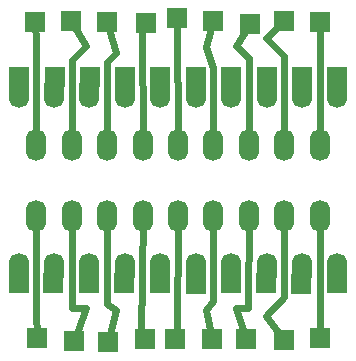
<source format=gtl>
G04 (created by PCBNEW (2013-07-07 BZR 4022)-stable) date 30/05/2015 12:39:42*
%MOIN*%
G04 Gerber Fmt 3.4, Leading zero omitted, Abs format*
%FSLAX34Y34*%
G01*
G70*
G90*
G04 APERTURE LIST*
%ADD10C,0.00590551*%
%ADD11R,0.0669291X0.0669291*%
%ADD12O,0.0669291X0.106299*%
%ADD13C,0.024*%
%ADD14C,0.01*%
G04 APERTURE END LIST*
G54D10*
G54D11*
X53740Y-55605D03*
X54940Y-55605D03*
X56115Y-55605D03*
X57290Y-55605D03*
X58465Y-55605D03*
X59640Y-55605D03*
X60815Y-55605D03*
X62015Y-55605D03*
X63190Y-55605D03*
X64365Y-55605D03*
X54350Y-64300D03*
X55575Y-64400D03*
X56725Y-64450D03*
X57950Y-64325D03*
X58950Y-64325D03*
X60175Y-64325D03*
X61325Y-64350D03*
X62600Y-64375D03*
X63800Y-64300D03*
X54300Y-53775D03*
X55500Y-53750D03*
X56700Y-53775D03*
X57975Y-53800D03*
X59025Y-53650D03*
X60225Y-53725D03*
X61450Y-53825D03*
X62575Y-53750D03*
X63775Y-53775D03*
X53740Y-62480D03*
X54890Y-62480D03*
X56090Y-62480D03*
X57265Y-62480D03*
X58465Y-62480D03*
X59640Y-62505D03*
X60815Y-62480D03*
X61990Y-62480D03*
X63165Y-62505D03*
X64365Y-62480D03*
G54D12*
X53740Y-56102D03*
X54921Y-56102D03*
X56102Y-56102D03*
X57283Y-56102D03*
X58464Y-56102D03*
X59645Y-56102D03*
X60826Y-56102D03*
X62007Y-56102D03*
X63188Y-56102D03*
X64370Y-56102D03*
X53740Y-62007D03*
X54921Y-62007D03*
X56102Y-62007D03*
X57283Y-62007D03*
X58464Y-62007D03*
X59645Y-62007D03*
X60826Y-62007D03*
X62007Y-62007D03*
X63188Y-62007D03*
X64370Y-62007D03*
X54330Y-57874D03*
X55514Y-57874D03*
X56696Y-57874D03*
X57877Y-57874D03*
X59058Y-57874D03*
X60239Y-57874D03*
X61420Y-57874D03*
X62601Y-57874D03*
X63782Y-57874D03*
X54330Y-60236D03*
X55514Y-60236D03*
X56696Y-60236D03*
X57877Y-60236D03*
X59058Y-60236D03*
X60239Y-60236D03*
X61420Y-60236D03*
X62601Y-60236D03*
X63782Y-60236D03*
G54D13*
X59058Y-57874D02*
X59025Y-53650D01*
X59025Y-53650D02*
X59025Y-53650D01*
G54D14*
X59025Y-53650D02*
X59025Y-53650D01*
G54D13*
X63782Y-57874D02*
X63782Y-54597D01*
X63782Y-54597D02*
X63775Y-53775D01*
X62601Y-57874D02*
X62601Y-54916D01*
X62601Y-54916D02*
X61990Y-54305D01*
X61990Y-54305D02*
X62575Y-53750D01*
X61420Y-57874D02*
X61420Y-54985D01*
X61420Y-54985D02*
X60990Y-54555D01*
X60990Y-54555D02*
X61450Y-53825D01*
X60239Y-57874D02*
X60239Y-55304D01*
X59990Y-54605D02*
X60225Y-53725D01*
X60239Y-55304D02*
X59990Y-54605D01*
X54330Y-60236D02*
X54330Y-63395D01*
X54330Y-63395D02*
X54350Y-64300D01*
X57877Y-57874D02*
X57862Y-53912D01*
X57862Y-53912D02*
X57975Y-53800D01*
X56696Y-57874D02*
X56696Y-55099D01*
X56696Y-55099D02*
X56990Y-54805D01*
X56990Y-54805D02*
X56700Y-53775D01*
X55514Y-57874D02*
X55514Y-55030D01*
X55514Y-55030D02*
X55990Y-54555D01*
X55990Y-54555D02*
X55500Y-53750D01*
X54330Y-57874D02*
X54330Y-54464D01*
X54330Y-54464D02*
X54300Y-53775D01*
X63782Y-60236D02*
X63782Y-63262D01*
X63782Y-63262D02*
X63800Y-64300D01*
X62601Y-60236D02*
X62601Y-62943D01*
X62601Y-62943D02*
X61990Y-63555D01*
X61990Y-63555D02*
X62600Y-64375D01*
X61420Y-60236D02*
X61390Y-63305D01*
X61390Y-63305D02*
X60990Y-63305D01*
X60990Y-63305D02*
X61325Y-64350D01*
X60239Y-60236D02*
X60215Y-63055D01*
X59990Y-63355D02*
X60175Y-64325D01*
G54D14*
X60175Y-64325D02*
X60175Y-64325D01*
G54D13*
X60215Y-63055D02*
X59990Y-63355D01*
X59058Y-60236D02*
X59018Y-64256D01*
X59018Y-64256D02*
X58950Y-64325D01*
G54D14*
X58955Y-64319D02*
X58950Y-64325D01*
G54D13*
X57877Y-60236D02*
X57837Y-64212D01*
X57837Y-64212D02*
X57950Y-64325D01*
G54D14*
X57774Y-64149D02*
X57950Y-64325D01*
G54D13*
X56696Y-60236D02*
X56690Y-63180D01*
X56690Y-63180D02*
X56990Y-63380D01*
X56990Y-63380D02*
X56725Y-64450D01*
X55514Y-60236D02*
X55515Y-63305D01*
X55515Y-63305D02*
X55990Y-63305D01*
X55990Y-63305D02*
X55575Y-64400D01*
M02*

</source>
